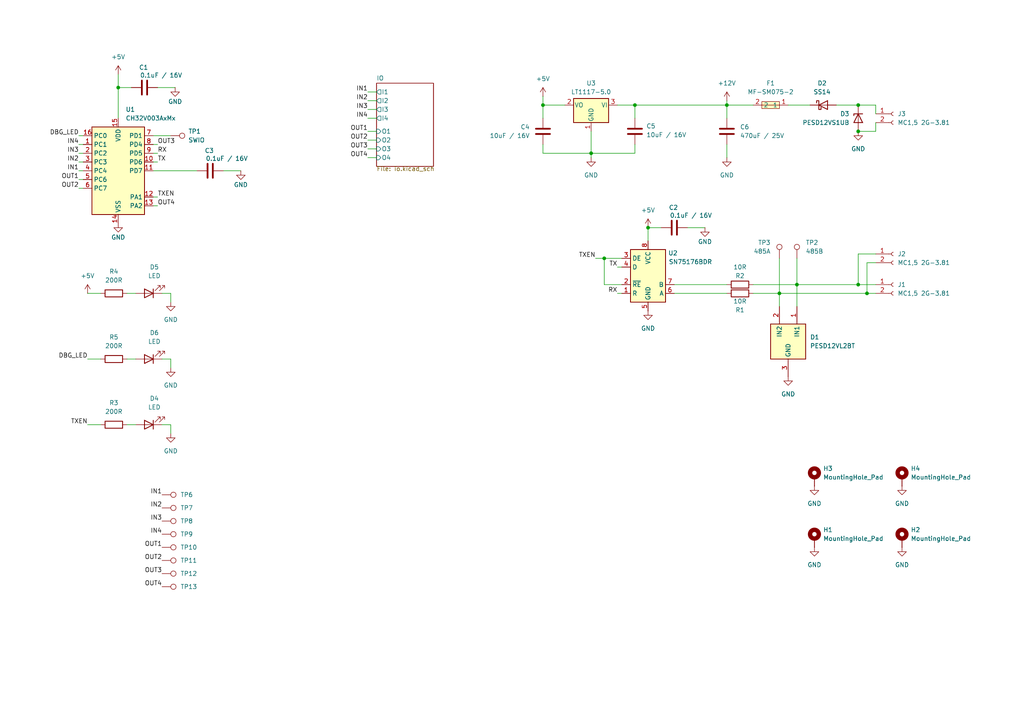
<source format=kicad_sch>
(kicad_sch (version 20250114) (generator "eeschema") (generator_version "9.0")
  (paper "A4")
  (title_block (title "LAM-4I4O") (date "2025-04-03") (rev "C") (company "B4CKSP4CE") (comment 1 "@heyflo") (comment 2 "CERN-OHL-S"))
  (lib_symbols
    (symbol "Connector:Conn_01x02_Socket" (pin_names (offset 1.016) (hide yes))
      (property "Reference" "J" (at 0 2.54 0))
      (property "Value" "Conn_01x02_Socket" (at 0 -5.08 0))
      (symbol "Conn_01x02_Socket_1_1"
        (polyline (pts (xy -1.27 0) (xy -0.508 0)) (stroke (width 0.1524)))
        (polyline (pts (xy -1.27 -2.54) (xy -0.508 -2.54)) (stroke (width 0.1524)))
        (arc (start 0 -0.508) (mid -0.5058 0) (end 0 0.508) (stroke (width 0.1524)))
        (arc (start 0 -3.048) (mid -0.5058 -2.54) (end 0 -2.032) (stroke (width 0.1524)))
        (pin passive line (at -5.08 0 0) (length 3.81) (name "Pin_1") (number "1"))
        (pin passive line (at -5.08 -2.54 0) (length 3.81) (name "Pin_2") (number "2"))
      )
    )
    (symbol "Connector:TestPoint" (pin_numbers (hide yes)) (pin_names (offset 0.762) (hide yes))
      (property "Reference" "TP" (at 0 6.858 0))
      (property "Value" "TestPoint" (at 0 5.08 0))
      (symbol "TestPoint_0_1"
        (circle (center 0 3.302) (radius 0.762))
      )
      (symbol "TestPoint_1_1"
        (pin passive line (at 0 0 90) (length 2.54) (name "1") (number "1"))
      )
    )
    (symbol "Custom:MF-SM075-2"
      (property "Reference" "F" (at 0 5.08 0))
      (property "Value" "MF-SM075-2" (at 0 -5.08 0))
      (symbol "MF-SM075-2_0_1"
        (rectangle (start -2.54 1.02) (end 2.54 -1.02) (fill (type background)))
        (polyline (pts (xy -2.54 0) (xy 2.54 0)))
      )
      (symbol "MF-SM075-2_1_1"
        (pin bidirectional line (at -5.08 0 0) (length 2.54) (name "1") (number "1"))
        (pin bidirectional line (at 5.08 0 180) (length 2.54) (name "2") (number "2"))
      )
    )
    (symbol "Custom:PESD12VL2BT"
      (property "Reference" "D" (at 5.08 8.636 0))
      (property "Value" "PESD12VL2BT" (at 5.08 6.096 0))
      (symbol "PESD12VL2BT_1_1"
        (rectangle (start 5.08 3.81) (end 15.24 -6.35) (stroke (width 0.254)) (fill (type background)))
        (pin passive line (at 0 1.27 0) (length 5.08) (name "IN1") (number "1"))
        (pin passive line (at 0 -3.81 0) (length 5.08) (name "IN2") (number "2"))
        (pin passive line (at 20.32 -1.27 180) (length 5.08) (name "GND") (number "3"))
      )
    )
    (symbol "Custom:PESD12VS1UB" (pin_numbers (hide yes)) (pin_names (hide yes))
      (property "Reference" "D" (at 0 2.54 0))
      (property "Value" "PESD12VS1UB" (at 0 -2.54 0))
      (symbol "PESD12VS1UB_0_1"
        (polyline (pts (xy -1.27 -1.27) (xy -1.27 1.27) (xy -0.762 1.27)) (stroke (width 0.254)))
        (polyline (pts (xy 1.27 0) (xy -1.27 0)))
        (polyline (pts (xy 1.27 -1.27) (xy 1.27 1.27) (xy -1.27 0) (xy 1.27 -1.27)) (stroke (width 0.254)))
      )
      (symbol "PESD12VS1UB_1_1"
        (pin passive line (at -3.81 0 0) (length 2.54) (name "K") (number "1"))
        (pin passive line (at 3.81 0 180) (length 2.54) (name "A") (number "2"))
      )
    )
    (symbol "Custom:SN75176BDR"
      (property "Reference" "U" (at -4.318 8.89 0))
      (property "Value" "SN75176BDR" (at 1.016 8.89 0))
      (symbol "SN75176BDR_0_1"
        (rectangle (start -5.08 7.62) (end 5.08 -7.62) (stroke (width 0.254)) (fill (type background)))
      )
      (symbol "SN75176BDR_1_1"
        (pin input line (at -7.62 5.08 0) (length 2.54) (name "DE") (number "3"))
        (pin input line (at -7.62 2.54 0) (length 2.54) (name "D") (number "4"))
        (pin input line (at -7.62 -2.54 0) (length 2.54) (name "~{RE}") (number "2"))
        (pin output line (at -7.62 -5.08 0) (length 2.54) (name "R") (number "1"))
        (pin power_in line (at 0 10.16 270) (length 2.54) (name "VCC") (number "8"))
        (pin power_in line (at 0 -10.16 90) (length 2.54) (name "GND") (number "5"))
        (pin bidirectional line (at 7.62 -2.54 180) (length 2.54) (name "B") (number "7"))
        (pin bidirectional line (at 7.62 -5.08 180) (length 2.54) (name "A") (number "6"))
      )
    )
    (symbol "Device:C" (pin_numbers (hide yes)) (pin_names (offset 0.254))
      (property "Reference" "C" (at 0.635 2.54 0))
      (property "Value" "C" (at 0.635 -2.54 0))
      (symbol "C_0_1"
        (polyline (pts (xy -2.032 0.762) (xy 2.032 0.762)) (stroke (width 0.508)))
        (polyline (pts (xy -2.032 -0.762) (xy 2.032 -0.762)) (stroke (width 0.508)))
      )
      (symbol "C_1_1"
        (pin passive line (at 0 3.81 270) (length 2.794) (name "~") (number "1"))
        (pin passive line (at 0 -3.81 90) (length 2.794) (name "~") (number "2"))
      )
    )
    (symbol "Device:LED" (pin_numbers (hide yes)) (pin_names (offset 1.016) (hide yes))
      (property "Reference" "D" (at 0 2.54 0))
      (property "Value" "LED" (at 0 -2.54 0))
      (symbol "LED_0_1"
        (polyline (pts (xy -3.048 -0.762) (xy -4.572 -2.286) (xy -3.81 -2.286) (xy -4.572 -2.286) (xy -4.572 -1.524)))
        (polyline (pts (xy -1.778 -0.762) (xy -3.302 -2.286) (xy -2.54 -2.286) (xy -3.302 -2.286) (xy -3.302 -1.524)))
        (polyline (pts (xy -1.27 0) (xy 1.27 0)))
        (polyline (pts (xy -1.27 -1.27) (xy -1.27 1.27)) (stroke (width 0.254)))
        (polyline (pts (xy 1.27 -1.27) (xy 1.27 1.27) (xy -1.27 0) (xy 1.27 -1.27)) (stroke (width 0.254)))
      )
      (symbol "LED_1_1"
        (pin passive line (at -3.81 0 0) (length 2.54) (name "K") (number "1"))
        (pin passive line (at 3.81 0 180) (length 2.54) (name "A") (number "2"))
      )
    )
    (symbol "Device:R" (pin_numbers (hide yes)) (pin_names (offset 0))
      (property "Reference" "R" (at 2.032 0 90))
      (property "Value" "R" (at 0 0 90))
      (symbol "R_0_1"
        (rectangle (start -1.016 -2.54) (end 1.016 2.54) (stroke (width 0.254)))
      )
      (symbol "R_1_1"
        (pin passive line (at 0 3.81 270) (length 1.27) (name "~") (number "1"))
        (pin passive line (at 0 -3.81 90) (length 1.27) (name "~") (number "2"))
      )
    )
    (symbol "Diode:SS14" (pin_numbers (hide yes)) (pin_names (offset 1.016) (hide yes))
      (property "Reference" "D" (at 0 2.54 0))
      (property "Value" "SS14" (at 0 -2.54 0))
      (symbol "SS14_0_1"
        (polyline (pts (xy -1.905 0.635) (xy -1.905 1.27) (xy -1.27 1.27) (xy -1.27 -1.27) (xy -0.635 -1.27) (xy -0.635 -0.635)) (stroke (width 0.254)))
        (polyline (pts (xy 1.27 1.27) (xy 1.27 -1.27) (xy -1.27 0) (xy 1.27 1.27)) (stroke (width 0.254)))
        (polyline (pts (xy 1.27 0) (xy -1.27 0)))
      )
      (symbol "SS14_1_1"
        (pin passive line (at -3.81 0 0) (length 2.54) (name "K") (number "1"))
        (pin passive line (at 3.81 0 180) (length 2.54) (name "A") (number "2"))
      )
    )
    (symbol "MCU_WCH_CH32V0:CH32V003AxMx"
      (property "Reference" "U" (at -7.62 15.24 0))
      (property "Value" "CH32V003AxMx" (at 7.62 15.24 0))
      (symbol "CH32V003AxMx_1_1"
        (rectangle (start -7.62 12.7) (end 7.62 -12.7) (stroke (width 0.254)) (fill (type background)))
        (pin bidirectional line (at -10.16 10.16 0) (length 2.54) (name "PC0") (number "16"))
        (pin bidirectional line (at -10.16 7.62 0) (length 2.54) (name "PC1") (number "1"))
        (pin bidirectional line (at -10.16 5.08 0) (length 2.54) (name "PC2") (number "2"))
        (pin bidirectional line (at -10.16 2.54 0) (length 2.54) (name "PC3") (number "3"))
        (pin bidirectional line (at -10.16 0 0) (length 2.54) (name "PC4") (number "4"))
        (pin bidirectional line (at -10.16 -2.54 0) (length 2.54) (name "PC6") (number "5"))
        (pin bidirectional line (at -10.16 -5.08 0) (length 2.54) (name "PC7") (number "6"))
        (pin power_in line (at 0 15.24 270) (length 2.54) (name "VDD") (number "15"))
        (pin power_in line (at 0 -15.24 90) (length 2.54) (name "VSS") (number "14"))
        (pin bidirectional line (at 10.16 10.16 180) (length 2.54) (name "PD1") (number "7"))
        (pin bidirectional line (at 10.16 7.62 180) (length 2.54) (name "PD4") (number "8"))
        (pin bidirectional line (at 10.16 5.08 180) (length 2.54) (name "PD5") (number "9"))
        (pin bidirectional line (at 10.16 2.54 180) (length 2.54) (name "PD6") (number "10"))
        (pin bidirectional line (at 10.16 0 180) (length 2.54) (name "PD7") (number "11"))
        (pin bidirectional line (at 10.16 -7.62 180) (length 2.54) (name "PA1") (number "12"))
        (pin bidirectional line (at 10.16 -10.16 180) (length 2.54) (name "PA2") (number "13"))
      )
    )
    (symbol "Mechanical:MountingHole_Pad" (pin_numbers (hide yes)) (pin_names (offset 1.016) (hide yes)) (exclude_from_sim yes) (in_bom no)
      (property "Reference" "H" (at 0 6.35 0))
      (property "Value" "MountingHole_Pad" (at 0 4.445 0))
      (symbol "MountingHole_Pad_0_1"
        (circle (center 0 1.27) (radius 1.27) (stroke (width 1.27)))
      )
      (symbol "MountingHole_Pad_1_1"
        (pin input line (at 0 -2.54 90) (length 2.54) (name "1") (number "1"))
      )
    )
    (symbol "Regulator_Linear:LT1117-5.0" (pin_names (offset 0.254))
      (property "Reference" "U" (at -3.81 3.175 0))
      (property "Value" "LT1117-5.0" (at 0 3.175 0))
      (symbol "LT1117-5.0_0_1"
        (rectangle (start -5.08 -5.08) (end 5.08 1.905) (stroke (width 0.254)) (fill (type background)))
      )
      (symbol "LT1117-5.0_1_1"
        (pin power_in line (at -7.62 0 0) (length 2.54) (name "VI") (number "3"))
        (pin power_in line (at 0 -7.62 90) (length 2.54) (name "GND") (number "1"))
        (pin power_out line (at 7.62 0 180) (length 2.54) (name "VO") (number "2"))
      )
    )
    (symbol "power:+12V" (power) (pin_numbers (hide yes)) (pin_names (offset 0) (hide yes))
      (property "Value" "+12V" (at 0 3.556 0))
      (symbol "+12V_0_1"
        (polyline (pts (xy -0.762 1.27) (xy 0 2.54)))
        (polyline (pts (xy 0 2.54) (xy 0.762 1.27)))
        (polyline (pts (xy 0 0) (xy 0 2.54)))
      )
      (symbol "+12V_1_1"
        (pin power_in line (at 0 0 90) (length 0) (name "~") (number "1"))
      )
    )
    (symbol "power:+5V" (power) (pin_numbers (hide yes)) (pin_names (offset 0) (hide yes))
      (property "Value" "+5V" (at 0 3.556 0))
      (symbol "+5V_0_1"
        (polyline (pts (xy -0.762 1.27) (xy 0 2.54)))
        (polyline (pts (xy 0 2.54) (xy 0.762 1.27)))
        (polyline (pts (xy 0 0) (xy 0 2.54)))
      )
      (symbol "+5V_1_1"
        (pin power_in line (at 0 0 90) (length 0) (name "~") (number "1"))
      )
    )
    (symbol "power:GND" (power) (pin_numbers (hide yes)) (pin_names (offset 0) (hide yes))
      (property "Value" "GND" (at 0 -3.81 0))
      (symbol "GND_0_1"
        (polyline (pts (xy 0 0) (xy 0 -1.27) (xy 1.27 -1.27) (xy 0 -2.54) (xy -1.27 -1.27) (xy 0 -1.27)))
      )
      (symbol "GND_1_1"
        (pin power_in line (at 0 0 270) (length 0) (name "~") (number "1"))
      )
    )
  )
  (junction (at 226.06 85.09))
  (junction (at 251.46 85.09))
  (junction (at 187.96 66.04))
  (junction (at 34.29 25.4))
  (junction (at 210.82 30.48))
  (junction (at 184.15 30.48))
  (junction (at 248.92 82.55))
  (junction (at 171.45 44.45))
  (junction (at 157.48 30.48))
  (junction (at 231.14 82.55))
  (junction (at 248.92 38.1))
  (junction (at 248.92 30.48))
  (junction (at 175.26 74.93))
  (wire (pts (xy 25.4 104.14) (xy 29.21 104.14)))
  (wire (pts (xy 44.45 49.53) (xy 57.15 49.53)))
  (wire (pts (xy 179.07 85.09) (xy 180.34 85.09)))
  (wire (pts (xy 36.83 104.14) (xy 39.37 104.14)))
  (wire (pts (xy 231.14 82.55) (xy 248.92 82.55)))
  (wire (pts (xy 175.26 82.55) (xy 175.26 74.93)))
  (wire (pts (xy 34.29 25.4) (xy 34.29 21.59)))
  (wire (pts (xy 49.53 104.14) (xy 49.53 106.68)))
  (wire (pts (xy 171.45 38.1) (xy 171.45 44.45)))
  (wire (pts (xy 157.48 27.94) (xy 157.48 30.48)))
  (wire (pts (xy 184.15 44.45) (xy 171.45 44.45)))
  (wire (pts (xy 22.86 44.45) (xy 24.13 44.45)))
  (wire (pts (xy 44.45 39.37) (xy 49.53 39.37)))
  (wire (pts (xy 22.86 41.91) (xy 24.13 41.91)))
  (wire (pts (xy 49.53 85.09) (xy 49.53 87.63)))
  (wire (pts (xy 106.68 29.21) (xy 109.22 29.21)))
  (wire (pts (xy 251.46 76.2) (xy 251.46 85.09)))
  (wire (pts (xy 45.72 59.69) (xy 44.45 59.69)))
  (wire (pts (xy 210.82 45.72) (xy 210.82 41.91)))
  (wire (pts (xy 180.34 82.55) (xy 175.26 82.55)))
  (wire (pts (xy 231.14 82.55) (xy 231.14 88.9)))
  (wire (pts (xy 64.77 49.53) (xy 69.85 49.53)))
  (wire (pts (xy 22.86 52.07) (xy 24.13 52.07)))
  (wire (pts (xy 46.99 123.19) (xy 49.53 123.19)))
  (wire (pts (xy 25.4 85.09) (xy 29.21 85.09)))
  (wire (pts (xy 242.57 30.48) (xy 248.92 30.48)))
  (wire (pts (xy 254 30.48) (xy 254 33.02)))
  (wire (pts (xy 46.99 104.14) (xy 49.53 104.14)))
  (wire (pts (xy 25.4 123.19) (xy 29.21 123.19)))
  (wire (pts (xy 228.6 30.48) (xy 234.95 30.48)))
  (wire (pts (xy 22.86 46.99) (xy 24.13 46.99)))
  (wire (pts (xy 106.68 26.67) (xy 109.22 26.67)))
  (wire (pts (xy 157.48 34.29) (xy 157.48 30.48)))
  (wire (pts (xy 106.68 45.72) (xy 109.22 45.72)))
  (wire (pts (xy 157.48 41.91) (xy 157.48 44.45)))
  (wire (pts (xy 46.99 85.09) (xy 49.53 85.09)))
  (wire (pts (xy 191.77 66.04) (xy 187.96 66.04)))
  (wire (pts (xy 45.72 25.4) (xy 50.8 25.4)))
  (wire (pts (xy 179.07 77.47) (xy 180.34 77.47)))
  (wire (pts (xy 218.44 82.55) (xy 231.14 82.55)))
  (wire (pts (xy 195.58 85.09) (xy 210.82 85.09)))
  (wire (pts (xy 248.92 82.55) (xy 254 82.55)))
  (wire (pts (xy 187.96 66.04) (xy 187.96 69.85)))
  (wire (pts (xy 184.15 41.91) (xy 184.15 44.45)))
  (wire (pts (xy 22.86 39.37) (xy 24.13 39.37)))
  (wire (pts (xy 175.26 74.93) (xy 180.34 74.93)))
  (wire (pts (xy 49.53 123.19) (xy 49.53 125.73)))
  (wire (pts (xy 22.86 49.53) (xy 24.13 49.53)))
  (wire (pts (xy 184.15 34.29) (xy 184.15 30.48)))
  (wire (pts (xy 184.15 30.48) (xy 210.82 30.48)))
  (wire (pts (xy 106.68 40.64) (xy 109.22 40.64)))
  (wire (pts (xy 36.83 85.09) (xy 39.37 85.09)))
  (wire (pts (xy 195.58 82.55) (xy 210.82 82.55)))
  (wire (pts (xy 106.68 43.18) (xy 109.22 43.18)))
  (wire (pts (xy 184.15 30.48) (xy 179.07 30.48)))
  (wire (pts (xy 106.68 38.1) (xy 109.22 38.1)))
  (wire (pts (xy 254 73.66) (xy 248.92 73.66)))
  (wire (pts (xy 248.92 73.66) (xy 248.92 82.55)))
  (wire (pts (xy 226.06 85.09) (xy 251.46 85.09)))
  (wire (pts (xy 248.92 30.48) (xy 254 30.48)))
  (wire (pts (xy 36.83 123.19) (xy 39.37 123.19)))
  (wire (pts (xy 226.06 85.09) (xy 226.06 88.9)))
  (wire (pts (xy 171.45 45.72) (xy 171.45 44.45)))
  (wire (pts (xy 22.86 54.61) (xy 24.13 54.61)))
  (wire (pts (xy 254 35.56) (xy 254 38.1)))
  (wire (pts (xy 45.72 41.91) (xy 44.45 41.91)))
  (wire (pts (xy 254 76.2) (xy 251.46 76.2)))
  (wire (pts (xy 251.46 85.09) (xy 254 85.09)))
  (wire (pts (xy 34.29 25.4) (xy 34.29 34.29)))
  (wire (pts (xy 218.44 85.09) (xy 226.06 85.09)))
  (wire (pts (xy 38.1 25.4) (xy 34.29 25.4)))
  (wire (pts (xy 172.72 74.93) (xy 175.26 74.93)))
  (wire (pts (xy 254 38.1) (xy 248.92 38.1)))
  (wire (pts (xy 45.72 46.99) (xy 44.45 46.99)))
  (wire (pts (xy 210.82 30.48) (xy 210.82 34.29)))
  (wire (pts (xy 45.72 57.15) (xy 44.45 57.15)))
  (wire (pts (xy 45.72 44.45) (xy 44.45 44.45)))
  (wire (pts (xy 157.48 44.45) (xy 171.45 44.45)))
  (wire (pts (xy 199.39 66.04) (xy 204.47 66.04)))
  (wire (pts (xy 210.82 29.21) (xy 210.82 30.48)))
  (wire (pts (xy 210.82 30.48) (xy 218.44 30.48)))
  (wire (pts (xy 106.68 31.75) (xy 109.22 31.75)))
  (wire (pts (xy 231.14 74.93) (xy 231.14 82.55)))
  (wire (pts (xy 226.06 74.93) (xy 226.06 85.09)))
  (wire (pts (xy 163.83 30.48) (xy 157.48 30.48)))
  (wire (pts (xy 106.68 34.29) (xy 109.22 34.29)))
  (label "TXEN" (at 45.72 57.15 0))
  (label "TX" (at 45.72 46.99 0))
  (label "OUT1" (at 46.99 158.75 180))
  (label "OUT4" (at 106.68 45.72 180))
  (label "OUT3" (at 106.68 43.18 180))
  (label "IN4" (at 46.99 154.94 180))
  (label "TX" (at 179.07 77.47 180))
  (label "IN2" (at 46.99 147.32 180))
  (label "IN3" (at 106.68 31.75 180))
  (label "DBG_LED" (at 25.4 104.14 180))
  (label "OUT4" (at 45.72 59.69 0))
  (label "RX" (at 45.72 44.45 0))
  (label "IN1" (at 46.99 143.51 180))
  (label "IN2" (at 22.86 46.99 180))
  (label "IN1" (at 22.86 49.53 180))
  (label "IN3" (at 22.86 44.45 180))
  (label "IN1" (at 106.68 26.67 180))
  (label "OUT1" (at 106.68 38.1 180))
  (label "IN4" (at 22.86 41.91 180))
  (label "OUT2" (at 22.86 54.61 180))
  (label "OUT3" (at 46.99 166.37 180))
  (label "TXEN" (at 25.4 123.19 180))
  (label "OUT3" (at 45.72 41.91 0))
  (label "RX" (at 179.07 85.09 180))
  (label "IN3" (at 46.99 151.13 180))
  (label "OUT2" (at 46.99 162.56 180))
  (label "DBG_LED" (at 22.86 39.37 180))
  (label "TXEN" (at 172.72 74.93 180))
  (label "OUT1" (at 22.86 52.07 180))
  (label "IN4" (at 106.68 34.29 180))
  (label "OUT2" (at 106.68 40.64 180))
  (label "OUT4" (at 46.99 170.18 180))
  (label "IN2" (at 106.68 29.21 180))
  (symbol (lib_id "power:GND") (at 49.53 125.73 0) (unit 1)
    (property "Reference" "#PWR014" (effects (hide yes)))
    (property "Value" "GND" (at 49.53 130.81 0))
    (property "Description" "Power symbol creates a global label with name \"GND\" , ground" (effects (hide yes)))
  )
  (symbol (lib_id "Connector:TestPoint") (at 46.99 170.18 270) (unit 1)
    (property "Reference" "TP13" (at 52.324 170.18 90) (effects (justify left)))
    (property "Value" "TestPoint" (effects (hide yes)))
    (property "Footprint" "TestPoint:TestPoint_Pad_D1.0mm" (effects (hide yes)))
    (property "Description" "test point" (effects (hide yes)))
  )
  (symbol (lib_id "power:+5V") (at 187.96 66.04 0) (unit 1)
    (property "Reference" "#PWR03" (effects (hide yes)))
    (property "Value" "+5V" (at 187.96 60.96 0))
    (property "Description" "Power symbol creates a global label with name \"+5V\"" (effects (hide yes)))
  )
  (symbol (lib_id "power:+12V") (at 210.82 29.21 0) (unit 1)
    (property "Reference" "#PWR011" (effects (hide yes)))
    (property "Value" "+12V" (at 210.82 24.13 0))
    (property "Description" "Power symbol creates a global label with name \"+12V\"" (effects (hide yes)))
  )
  (symbol (lib_id "Custom:SN75176BDR") (at 187.96 80.01 0) (unit 1)
    (property "Reference" "U2" (at 193.802 73.406 0) (effects (justify left)))
    (property "Value" "SN75176BDR" (at 193.9447 75.946 0) (effects (justify left)))
    (property "Footprint" "Package_SO:SOIC-8_3.9x4.9mm_P1.27mm" (effects (hide yes)))
    (property "Datasheet" "http://www.ti.com/lit/ds/symlink/sn75176b.pdf" (effects (hide yes)))
    (property "Description" "Differential RS-422/RS-485 bus transceiver, SOIC-8" (effects (hide yes)))
  )
  (symbol (lib_id "Connector:TestPoint") (at 46.99 151.13 270) (unit 1)
    (property "Reference" "TP8" (at 52.324 151.13 90) (effects (justify left)))
    (property "Value" "TestPoint" (effects (hide yes)))
    (property "Footprint" "TestPoint:TestPoint_Pad_D1.0mm" (effects (hide yes)))
    (property "Description" "test point" (effects (hide yes)))
  )
  (symbol (lib_id "Diode:SS14") (at 238.76 30.48 0) (unit 1)
    (property "Reference" "D2" (at 238.4425 24.13 0))
    (property "Value" "SS14" (at 238.4425 26.67 0))
    (property "Footprint" "Diode_SMD:D_SMA" (effects (hide yes)))
    (property "Datasheet" "https://www.vishay.com/docs/88746/ss12.pdf" (effects (hide yes)))
    (property "Description" "40V 1A Schottky Diode, SMA" (effects (hide yes)))
  )
  (symbol (lib_id "Device:LED") (at 43.18 85.09 180) (unit 1)
    (property "Reference" "D5" (at 44.7675 77.47 0))
    (property "Value" "LED" (at 44.7675 80.01 0))
    (property "Footprint" "LED_SMD:LED_1206_3216Metric_ReverseMount_Hole1.8x2.4mm" (effects (hide yes)))
    (property "Description" "Light emitting diode" (effects (hide yes)))
    (property "Sim.Pins" "1=K 2=A" (effects (hide yes)))
  )
  (symbol (lib_id "Mechanical:MountingHole_Pad") (at 261.62 156.21 0) (unit 1) (exclude_from_sim yes) (in_bom no)
    (property "Reference" "H2" (at 264.16 153.6699 0) (effects (justify left)))
    (property "Value" "MountingHole_Pad" (at 264.16 156.2099 0) (effects (justify left)))
    (property "Footprint" "MountingHole:MountingHole_3.2mm_M3_DIN965_Pad_TopOnly" (effects (hide yes)))
    (property "Description" "Mounting Hole with connection" (effects (hide yes)))
  )
  (symbol (lib_id "Connector:TestPoint") (at 46.99 154.94 270) (unit 1)
    (property "Reference" "TP9" (at 52.324 154.94 90) (effects (justify left)))
    (property "Value" "TestPoint" (effects (hide yes)))
    (property "Footprint" "TestPoint:TestPoint_Pad_D1.0mm" (effects (hide yes)))
    (property "Description" "test point" (effects (hide yes)))
  )
  (symbol (lib_id "power:GND") (at 236.22 140.97 0) (unit 1)
    (property "Reference" "#PWR035" (effects (hide yes)))
    (property "Value" "GND" (at 236.22 146.05 0))
    (property "Description" "Power symbol creates a global label with name \"GND\" , ground" (effects (hide yes)))
  )
  (symbol (lib_id "Device:LED") (at 43.18 123.19 180) (unit 1)
    (property "Reference" "D4" (at 44.7675 115.57 0))
    (property "Value" "LED" (at 44.7675 118.11 0))
    (property "Footprint" "LED_SMD:LED_1206_3216Metric_ReverseMount_Hole1.8x2.4mm" (effects (hide yes)))
    (property "Description" "Light emitting diode" (effects (hide yes)))
    (property "Sim.Pins" "1=K 2=A" (effects (hide yes)))
  )
  (symbol (lib_id "power:GND") (at 171.45 45.72 0) (mirror y) (unit 1)
    (property "Reference" "#PWR010" (effects (hide yes)))
    (property "Value" "GND" (at 171.45 50.8 0))
    (property "Description" "Power symbol creates a global label with name \"GND\" , ground" (effects (hide yes)))
  )
  (symbol (lib_id "Connector:TestPoint") (at 46.99 158.75 270) (unit 1)
    (property "Reference" "TP10" (at 52.324 158.75 90) (effects (justify left)))
    (property "Value" "TestPoint" (effects (hide yes)))
    (property "Footprint" "TestPoint:TestPoint_Pad_D1.0mm" (effects (hide yes)))
    (property "Description" "test point" (effects (hide yes)))
  )
  (symbol (lib_id "power:GND") (at 210.82 45.72 0) (unit 1)
    (property "Reference" "#PWR012" (effects (hide yes)))
    (property "Value" "GND" (at 210.82 50.8 0))
    (property "Description" "Power symbol creates a global label with name \"GND\" , ground" (effects (hide yes)))
  )
  (symbol (lib_id "power:GND") (at 34.29 64.77 0) (mirror y) (unit 1)
    (property "Reference" "#PWR02" (effects (hide yes)))
    (property "Value" "GND" (at 34.29 68.834 0))
    (property "Description" "Power symbol creates a global label with name \"GND\" , ground" (effects (hide yes)))
  )
  (symbol (lib_id "Connector:TestPoint") (at 226.06 74.93 0) (mirror y) (unit 1)
    (property "Reference" "TP3" (at 223.52 70.3579 0) (effects (justify left)))
    (property "Value" "485A" (at 223.52 72.8979 0) (effects (justify left)))
    (property "Footprint" "TestPoint:TestPoint_Pad_D1.0mm" (effects (hide yes)))
    (property "Description" "test point" (effects (hide yes)))
  )
  (symbol (lib_id "power:GND") (at 248.92 38.1 0) (unit 1)
    (property "Reference" "#PWR013" (effects (hide yes)))
    (property "Value" "GND" (at 248.92 43.18 0))
    (property "Description" "Power symbol creates a global label with name \"GND\" , ground" (effects (hide yes)))
  )
  (symbol (lib_id "Device:C") (at 41.91 25.4 270) (mirror x) (unit 1)
    (property "Reference" "C1" (at 41.656 19.558 90))
    (property "Value" "0.1uF / 16V" (at 46.736 21.844 90))
    (property "Footprint" "Capacitor_SMD:C_0805_2012Metric" (effects (hide yes)))
    (property "Description" "Unpolarized capacitor" (effects (hide yes)))
  )
  (symbol (lib_id "power:GND") (at 50.8 25.4 0) (mirror y) (unit 1)
    (property "Reference" "#PWR05" (effects (hide yes)))
    (property "Value" "GND" (at 50.8 29.464 0))
    (property "Description" "Power symbol creates a global label with name \"GND\" , ground" (effects (hide yes)))
  )
  (symbol (lib_id "Device:C") (at 195.58 66.04 270) (mirror x) (unit 1)
    (property "Reference" "C2" (at 195.326 60.198 90))
    (property "Value" "0.1uF / 16V" (at 200.406 62.484 90))
    (property "Footprint" "Capacitor_SMD:C_0805_2012Metric" (effects (hide yes)))
    (property "Description" "Unpolarized capacitor" (effects (hide yes)))
  )
  (symbol (lib_id "Mechanical:MountingHole_Pad") (at 236.22 156.21 0) (unit 1) (exclude_from_sim yes) (in_bom no)
    (property "Reference" "H1" (at 238.76 153.6699 0) (effects (justify left)))
    (property "Value" "MountingHole_Pad" (at 238.76 156.2099 0) (effects (justify left)))
    (property "Footprint" "MountingHole:MountingHole_3.2mm_M3_DIN965_Pad_TopOnly" (effects (hide yes)))
    (property "Description" "Mounting Hole with connection" (effects (hide yes)))
  )
  (symbol (lib_id "Connector:TestPoint") (at 46.99 143.51 270) (unit 1)
    (property "Reference" "TP6" (at 52.324 143.51 90) (effects (justify left)))
    (property "Value" "TestPoint" (effects (hide yes)))
    (property "Footprint" "TestPoint:TestPoint_Pad_D1.0mm" (effects (hide yes)))
    (property "Description" "test point" (effects (hide yes)))
  )
  (symbol (lib_id "power:GND") (at 49.53 87.63 0) (unit 1)
    (property "Reference" "#PWR015" (effects (hide yes)))
    (property "Value" "GND" (at 49.53 92.71 0))
    (property "Description" "Power symbol creates a global label with name \"GND\" , ground" (effects (hide yes)))
  )
  (symbol (lib_id "power:+5V") (at 157.48 27.94 0) (unit 1)
    (property "Reference" "#PWR09" (effects (hide yes)))
    (property "Value" "+5V" (at 157.48 22.86 0))
    (property "Description" "Power symbol creates a global label with name \"+5V\"" (effects (hide yes)))
  )
  (symbol (lib_id "MCU_WCH_CH32V0:CH32V003AxMx") (at 34.29 49.53 0) (unit 1)
    (property "Reference" "U1" (at 36.4333 31.75 0) (effects (justify left)))
    (property "Value" "CH32V003AxMx" (at 36.4333 34.29 0) (effects (justify left)))
    (property "Footprint" "Package_SO:SOP-16_3.9x9.9mm_P1.27mm" (effects (hide yes)))
    (property "Datasheet" "https://www.wch-ic.com/products/CH32V003.html" (effects (hide yes)))
    (property "Description" "CH32V003 series are industrial-grade general-purpose microcontrollers designed based on 32-bit RISC-V instruction set and architecture. It adopts QingKe V2A core, RV32EC instruction set, and supports 2 levels of interrupt nesting. The series are mounted with rich peripheral interfaces and function modules. Its internal organizational structure meets the low-cost and low-power embedded application scenarios." (effects (hide yes)))
  )
  (symbol (lib_id "Device:C") (at 157.48 38.1 0) (unit 1)
    (property "Reference" "C4" (at 153.67 36.8299 0) (effects (justify right)))
    (property "Value" "10uF / 16V" (at 153.67 39.3699 0) (effects (justify right)))
    (property "Footprint" "Capacitor_SMD:C_0805_2012Metric" (effects (hide yes)))
    (property "Description" "Unpolarized capacitor" (effects (hide yes)))
  )
  (symbol (lib_id "Device:LED") (at 43.18 104.14 180) (unit 1)
    (property "Reference" "D6" (at 44.7675 96.52 0))
    (property "Value" "LED" (at 44.7675 99.06 0))
    (property "Footprint" "LED_SMD:LED_1206_3216Metric_ReverseMount_Hole1.8x2.4mm" (effects (hide yes)))
    (property "Description" "Light emitting diode" (effects (hide yes)))
    (property "Sim.Pins" "1=K 2=A" (effects (hide yes)))
  )
  (symbol (lib_id "Connector:TestPoint") (at 231.14 74.93 0) (unit 1)
    (property "Reference" "TP2" (at 233.68 70.3579 0) (effects (justify left)))
    (property "Value" "485B" (at 233.68 72.8979 0) (effects (justify left)))
    (property "Footprint" "TestPoint:TestPoint_Pad_D1.0mm" (effects (hide yes)))
    (property "Description" "test point" (effects (hide yes)))
  )
  (symbol (lib_id "power:GND") (at 261.62 140.97 0) (unit 1)
    (property "Reference" "#PWR036" (effects (hide yes)))
    (property "Value" "GND" (at 261.62 146.05 0))
    (property "Description" "Power symbol creates a global label with name \"GND\" , ground" (effects (hide yes)))
  )
  (symbol (lib_id "Custom:MF-SM075-2") (at 223.52 30.48 0) (mirror y) (unit 1)
    (property "Reference" "F1" (at 223.52 24.13 0))
    (property "Value" "MF-SM075-2" (at 223.52 26.67 0))
    (property "Footprint" "Custom:FUSE-SMD_L7.4-W5.4" (effects (hide yes)))
    (property "Datasheet" "https://eu.mouser.com/datasheet/2/54/bourns_mfsm-1159445.pdf" (effects (hide yes)))
    (property "Description" "Resettable Fuses - PPTC 30V .75A-HD 40A MAX" (effects (hide yes)))
  )
  (symbol (lib_id "Regulator_Linear:LT1117-5.0") (at 171.45 30.48 0) (mirror y) (unit 1)
    (property "Reference" "U3" (at 171.45 24.13 0))
    (property "Value" "LT1117-5.0" (at 171.45 26.67 0))
    (property "Footprint" "Package_TO_SOT_SMD:SOT-223-3_TabPin2" (effects (hide yes)))
    (property "Datasheet" "https://www.analog.com/media/en/technical-documentation/data-sheets/1117fd.pdf" (effects (hide yes)))
    (property "Description" "800mA Low-Dropout Linear Regulator, 5.0V fixed output, SOT-223/TO-263" (effects (hide yes)))
  )
  (symbol (lib_id "Device:C") (at 210.82 38.1 0) (unit 1)
    (property "Reference" "C6" (at 214.63 36.8299 0) (effects (justify left)))
    (property "Value" "470uF / 25V" (at 214.63 39.3699 0) (effects (justify left)))
    (property "Footprint" "Capacitor_SMD:CP_Elec_6.3x5.9" (effects (hide yes)))
    (property "Description" "Unpolarized capacitor" (effects (hide yes)))
  )
  (symbol (lib_id "power:GND") (at 204.47 66.04 0) (mirror y) (unit 1)
    (property "Reference" "#PWR06" (effects (hide yes)))
    (property "Value" "GND" (at 204.47 70.104 0))
    (property "Description" "Power symbol creates a global label with name \"GND\" , ground" (effects (hide yes)))
  )
  (symbol (lib_id "Device:C") (at 184.15 38.1 0) (mirror y) (unit 1)
    (property "Reference" "C5" (at 187.452 36.576 0) (effects (justify right)))
    (property "Value" "10uF / 16V" (at 187.452 39.116 0) (effects (justify right)))
    (property "Footprint" "Capacitor_SMD:C_0805_2012Metric" (effects (hide yes)))
    (property "Description" "Unpolarized capacitor" (effects (hide yes)))
  )
  (symbol (lib_id "Mechanical:MountingHole_Pad") (at 236.22 138.43 0) (unit 1) (exclude_from_sim yes) (in_bom no)
    (property "Reference" "H3" (at 238.76 135.8899 0) (effects (justify left)))
    (property "Value" "MountingHole_Pad" (at 238.76 138.4299 0) (effects (justify left)))
    (property "Footprint" "MountingHole:MountingHole_3.2mm_M3_DIN965_Pad_TopOnly" (effects (hide yes)))
    (property "Description" "Mounting Hole with connection" (effects (hide yes)))
  )
  (symbol (lib_id "Connector:Conn_01x02_Socket") (at 259.08 73.66 0) (unit 1)
    (property "Reference" "J2" (at 260.35 73.6599 0) (effects (justify left)))
    (property "Value" "MC1,5 2G-3.81" (at 260.35 76.1999 0) (effects (justify left)))
    (property "Footprint" "Connector_Phoenix_MC:PhoenixContact_MCV_1,5_2-G-3.81_1x02_P3.81mm_Vertical" (effects (hide yes)))
    (property "Description" "Generic connector, single row, 01x02, script generated" (effects (hide yes)))
  )
  (symbol (lib_id "Device:R") (at 33.02 104.14 90) (unit 1)
    (property "Reference" "R5" (at 33.02 97.79 90))
    (property "Value" "200R" (at 33.02 100.33 90))
    (property "Footprint" "Resistor_SMD:R_0805_2012Metric" (effects (hide yes)))
    (property "Description" "Resistor" (effects (hide yes)))
  )
  (symbol (lib_id "Connector:TestPoint") (at 49.53 39.37 270) (unit 1)
    (property "Reference" "TP1" (at 54.61 38.0999 90) (effects (justify left)))
    (property "Value" "SWIO" (at 54.61 40.6399 90) (effects (justify left)))
    (property "Footprint" "TestPoint:TestPoint_Pad_D1.5mm" (effects (hide yes)))
    (property "Description" "test point" (effects (hide yes)))
  )
  (symbol (lib_id "Device:R") (at 214.63 85.09 90) (mirror x) (unit 1)
    (property "Reference" "R1" (at 214.63 89.916 90))
    (property "Value" "10R" (at 214.63 87.376 90))
    (property "Footprint" "Resistor_SMD:R_0805_2012Metric" (effects (hide yes)))
    (property "Description" "Resistor" (effects (hide yes)))
  )
  (symbol (lib_id "power:GND") (at 187.96 90.17 0) (unit 1)
    (property "Reference" "#PWR04" (effects (hide yes)))
    (property "Value" "GND" (at 187.96 95.25 0))
    (property "Description" "Power symbol creates a global label with name \"GND\" , ground" (effects (hide yes)))
  )
  (symbol (lib_id "Device:R") (at 33.02 85.09 90) (unit 1)
    (property "Reference" "R4" (at 33.02 78.74 90))
    (property "Value" "200R" (at 33.02 81.28 90))
    (property "Footprint" "Resistor_SMD:R_0805_2012Metric" (effects (hide yes)))
    (property "Description" "Resistor" (effects (hide yes)))
  )
  (symbol (lib_id "Custom:PESD12VL2BT") (at 229.87 88.9 270) (unit 1)
    (property "Reference" "D1" (at 234.95 97.79 90) (effects (justify left)))
    (property "Value" "PESD12VL2BT" (at 234.95 100.33 90) (effects (justify left)))
    (property "Footprint" "Package_TO_SOT_SMD:SOT-23" (effects (hide yes)))
    (property "Datasheet" "https://assets.nexperia.com/documents/data-sheet/PESD12VL2BT.pdf" (effects (hide yes)))
    (property "Description" "Dual Bi-Directional TVS, 12V Operational, 15.8V Breakdown, 200W" (effects (hide yes)))
    (property "Height" "1.1" (effects (hide yes)))
    (property "Mouser Part Number" "771-PESD12VL2BT-T/R" (effects (hide yes)))
    (property "Mouser Price/Stock" "https://www.mouser.co.uk/ProductDetail/Nexperia/PESD12VL2BT" (effects (hide yes)))
    (property "Manufacturer_Name" "Nexperia" (effects (hide yes)))
    (property "Manufacturer_Part_Number" "PESD12VL2BT,215" (effects (hide yes)))
  )
  (symbol (lib_id "Connector:Conn_01x02_Socket") (at 259.08 82.55 0) (unit 1)
    (property "Reference" "J1" (at 260.35 82.5499 0) (effects (justify left)))
    (property "Value" "MC1,5 2G-3.81" (at 260.35 85.0899 0) (effects (justify left)))
    (property "Footprint" "Connector_Phoenix_MC:PhoenixContact_MCV_1,5_2-G-3.81_1x02_P3.81mm_Vertical" (effects (hide yes)))
    (property "Description" "Generic connector, single row, 01x02, script generated" (effects (hide yes)))
  )
  (symbol (lib_id "Device:R") (at 214.63 82.55 90) (mirror x) (unit 1)
    (property "Reference" "R2" (at 214.63 80.01 90))
    (property "Value" "10R" (at 214.63 77.47 90))
    (property "Footprint" "Resistor_SMD:R_0805_2012Metric" (effects (hide yes)))
    (property "Description" "Resistor" (effects (hide yes)))
  )
  (symbol (lib_id "Device:R") (at 33.02 123.19 90) (unit 1)
    (property "Reference" "R3" (at 33.02 116.84 90))
    (property "Value" "200R" (at 33.02 119.38 90))
    (property "Footprint" "Resistor_SMD:R_0805_2012Metric" (effects (hide yes)))
    (property "Description" "Resistor" (effects (hide yes)))
  )
  (symbol (lib_id "power:+5V") (at 25.4 85.09 0) (unit 1)
    (property "Reference" "#PWR024" (effects (hide yes)))
    (property "Value" "+5V" (at 25.4 80.01 0))
    (property "Description" "Power symbol creates a global label with name \"+5V\"" (effects (hide yes)))
  )
  (symbol (lib_id "power:GND") (at 228.6 109.22 0) (mirror y) (unit 1)
    (property "Reference" "#PWR08" (effects (hide yes)))
    (property "Value" "GND" (at 228.6 114.3 0))
    (property "Description" "Power symbol creates a global label with name \"GND\" , ground" (effects (hide yes)))
  )
  (symbol (lib_id "power:+5V") (at 34.29 21.59 0) (unit 1)
    (property "Reference" "#PWR01" (effects (hide yes)))
    (property "Value" "+5V" (at 34.29 16.51 0))
    (property "Description" "Power symbol creates a global label with name \"+5V\"" (effects (hide yes)))
  )
  (symbol (lib_id "power:GND") (at 49.53 106.68 0) (unit 1)
    (property "Reference" "#PWR016" (effects (hide yes)))
    (property "Value" "GND" (at 49.53 111.76 0))
    (property "Description" "Power symbol creates a global label with name \"GND\" , ground" (effects (hide yes)))
  )
  (symbol (lib_id "Device:C") (at 60.96 49.53 270) (mirror x) (unit 1)
    (property "Reference" "C3" (at 60.706 43.688 90))
    (property "Value" "0.1uF / 16V" (at 65.786 45.974 90))
    (property "Footprint" "Capacitor_SMD:C_0805_2012Metric" (effects (hide yes)))
    (property "Description" "Unpolarized capacitor" (effects (hide yes)))
  )
  (symbol (lib_id "Connector:Conn_01x02_Socket") (at 259.08 33.02 0) (unit 1)
    (property "Reference" "J3" (at 260.35 33.0199 0) (effects (justify left)))
    (property "Value" "MC1,5 2G-3.81" (at 260.35 35.5599 0) (effects (justify left)))
    (property "Footprint" "Connector_Phoenix_MC:PhoenixContact_MCV_1,5_2-G-3.81_1x02_P3.81mm_Vertical" (effects (hide yes)))
    (property "Description" "Generic connector, single row, 01x02, script generated" (effects (hide yes)))
  )
  (symbol (lib_id "power:GND") (at 69.85 49.53 0) (mirror y) (unit 1)
    (property "Reference" "#PWR07" (effects (hide yes)))
    (property "Value" "GND" (at 69.85 53.594 0))
    (property "Description" "Power symbol creates a global label with name \"GND\" , ground" (effects (hide yes)))
  )
  (symbol (lib_id "Connector:TestPoint") (at 46.99 162.56 270) (unit 1)
    (property "Reference" "TP11" (at 52.324 162.56 90) (effects (justify left)))
    (property "Value" "TestPoint" (effects (hide yes)))
    (property "Footprint" "TestPoint:TestPoint_Pad_D1.0mm" (effects (hide yes)))
    (property "Description" "test point" (effects (hide yes)))
  )
  (symbol (lib_id "power:GND") (at 261.62 158.75 0) (unit 1)
    (property "Reference" "#PWR034" (effects (hide yes)))
    (property "Value" "GND" (at 261.62 163.83 0))
    (property "Description" "Power symbol creates a global label with name \"GND\" , ground" (effects (hide yes)))
  )
  (symbol (lib_id "power:GND") (at 236.22 158.75 0) (unit 1)
    (property "Reference" "#PWR031" (effects (hide yes)))
    (property "Value" "GND" (at 236.22 163.83 0))
    (property "Description" "Power symbol creates a global label with name \"GND\" , ground" (effects (hide yes)))
  )
  (symbol (lib_id "Connector:TestPoint") (at 46.99 166.37 270) (unit 1)
    (property "Reference" "TP12" (at 52.324 166.37 90) (effects (justify left)))
    (property "Value" "TestPoint" (effects (hide yes)))
    (property "Footprint" "TestPoint:TestPoint_Pad_D1.0mm" (effects (hide yes)))
    (property "Description" "test point" (effects (hide yes)))
  )
  (symbol (lib_id "Mechanical:MountingHole_Pad") (at 261.62 138.43 0) (unit 1) (exclude_from_sim yes) (in_bom no)
    (property "Reference" "H4" (at 264.16 135.8899 0) (effects (justify left)))
    (property "Value" "MountingHole_Pad" (at 264.16 138.4299 0) (effects (justify left)))
    (property "Footprint" "MountingHole:MountingHole_3.2mm_M3_DIN965_Pad_TopOnly" (effects (hide yes)))
    (property "Description" "Mounting Hole with connection" (effects (hide yes)))
  )
  (symbol (lib_id "Connector:TestPoint") (at 46.99 147.32 270) (unit 1)
    (property "Reference" "TP7" (at 52.324 147.32 90) (effects (justify left)))
    (property "Value" "TestPoint" (effects (hide yes)))
    (property "Footprint" "TestPoint:TestPoint_Pad_D1.0mm" (effects (hide yes)))
    (property "Description" "test point" (effects (hide yes)))
  )
  (symbol (lib_id "Custom:PESD12VS1UB") (at 248.92 34.29 90) (mirror x) (unit 1)
    (property "Reference" "D3" (at 246.38 33.0199 90) (effects (justify left)))
    (property "Value" "PESD12VS1UB" (at 246.38 35.5599 90) (effects (justify left)))
    (property "Footprint" "Diode_SMD:D_SOD-523" (effects (hide yes)))
    (property "Datasheet" "https://assets.nexperia.com/documents/data-sheet/PESD12VS1UB.pdf" (effects (hide yes)))
    (property "Description" "12V, 180W TVS unidirectional diode" (effects (hide yes)))
  )
  (sheet (at 109.22 24.13) (size 16.51 24.13) (stroke (width 0.1524))
    (property "Sheetname" "IO" (at 109.22 23.4184 0) (effects (justify left bottom)))
    (property "Sheetfile" "io.kicad_sch" (at 109.22 48.2096 0) (effects (justify left top)))
    (pin "O4" input (at 109.22 45.72 180))
    (pin "O3" input (at 109.22 43.18 180))
    (pin "O1" input (at 109.22 38.1 180))
    (pin "O2" input (at 109.22 40.64 180))
    (pin "I4" output (at 109.22 34.29 180))
    (pin "I1" output (at 109.22 26.67 180))
    (pin "I2" output (at 109.22 29.21 180))
    (pin "I3" output (at 109.22 31.75 180))
  )
)
</source>
